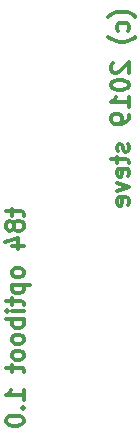
<source format=gbo>
G04 #@! TF.GenerationSoftware,KiCad,Pcbnew,5.0.2+dfsg1-1~bpo9+1*
G04 #@! TF.CreationDate,2019-06-18T09:36:45+01:00*
G04 #@! TF.ProjectId,t84opti,7438346f-7074-4692-9e6b-696361645f70,rev?*
G04 #@! TF.SameCoordinates,Original*
G04 #@! TF.FileFunction,Legend,Bot*
G04 #@! TF.FilePolarity,Positive*
%FSLAX46Y46*%
G04 Gerber Fmt 4.6, Leading zero omitted, Abs format (unit mm)*
G04 Created by KiCad (PCBNEW 5.0.2+dfsg1-1~bpo9+1) date Tue 18 Jun 2019 09:36:45 IST*
%MOMM*%
%LPD*%
G01*
G04 APERTURE LIST*
%ADD10C,0.300000*%
G04 APERTURE END LIST*
D10*
X148570000Y-35430000D02*
X148498571Y-35358571D01*
X148284285Y-35215714D01*
X148141428Y-35144285D01*
X147927142Y-35072857D01*
X147570000Y-35001428D01*
X147284285Y-35001428D01*
X146927142Y-35072857D01*
X146712857Y-35144285D01*
X146570000Y-35215714D01*
X146355714Y-35358571D01*
X146284285Y-35430000D01*
X147927142Y-36644285D02*
X147998571Y-36501428D01*
X147998571Y-36215714D01*
X147927142Y-36072857D01*
X147855714Y-36001428D01*
X147712857Y-35930000D01*
X147284285Y-35930000D01*
X147141428Y-36001428D01*
X147070000Y-36072857D01*
X146998571Y-36215714D01*
X146998571Y-36501428D01*
X147070000Y-36644285D01*
X148570000Y-37144285D02*
X148498571Y-37215714D01*
X148284285Y-37358571D01*
X148141428Y-37430000D01*
X147927142Y-37501428D01*
X147570000Y-37572857D01*
X147284285Y-37572857D01*
X146927142Y-37501428D01*
X146712857Y-37430000D01*
X146570000Y-37358571D01*
X146355714Y-37215714D01*
X146284285Y-37144285D01*
X146641428Y-39358571D02*
X146570000Y-39430000D01*
X146498571Y-39572857D01*
X146498571Y-39930000D01*
X146570000Y-40072857D01*
X146641428Y-40144285D01*
X146784285Y-40215714D01*
X146927142Y-40215714D01*
X147141428Y-40144285D01*
X147998571Y-39287142D01*
X147998571Y-40215714D01*
X146498571Y-41144285D02*
X146498571Y-41287142D01*
X146570000Y-41430000D01*
X146641428Y-41501428D01*
X146784285Y-41572857D01*
X147070000Y-41644285D01*
X147427142Y-41644285D01*
X147712857Y-41572857D01*
X147855714Y-41501428D01*
X147927142Y-41430000D01*
X147998571Y-41287142D01*
X147998571Y-41144285D01*
X147927142Y-41001428D01*
X147855714Y-40930000D01*
X147712857Y-40858571D01*
X147427142Y-40787142D01*
X147070000Y-40787142D01*
X146784285Y-40858571D01*
X146641428Y-40930000D01*
X146570000Y-41001428D01*
X146498571Y-41144285D01*
X147998571Y-43072857D02*
X147998571Y-42215714D01*
X147998571Y-42644285D02*
X146498571Y-42644285D01*
X146712857Y-42501428D01*
X146855714Y-42358571D01*
X146927142Y-42215714D01*
X147998571Y-43787142D02*
X147998571Y-44072857D01*
X147927142Y-44215714D01*
X147855714Y-44287142D01*
X147641428Y-44430000D01*
X147355714Y-44501428D01*
X146784285Y-44501428D01*
X146641428Y-44430000D01*
X146570000Y-44358571D01*
X146498571Y-44215714D01*
X146498571Y-43930000D01*
X146570000Y-43787142D01*
X146641428Y-43715714D01*
X146784285Y-43644285D01*
X147141428Y-43644285D01*
X147284285Y-43715714D01*
X147355714Y-43787142D01*
X147427142Y-43930000D01*
X147427142Y-44215714D01*
X147355714Y-44358571D01*
X147284285Y-44430000D01*
X147141428Y-44501428D01*
X147927142Y-46215714D02*
X147998571Y-46358571D01*
X147998571Y-46644285D01*
X147927142Y-46787142D01*
X147784285Y-46858571D01*
X147712857Y-46858571D01*
X147570000Y-46787142D01*
X147498571Y-46644285D01*
X147498571Y-46430000D01*
X147427142Y-46287142D01*
X147284285Y-46215714D01*
X147212857Y-46215714D01*
X147070000Y-46287142D01*
X146998571Y-46430000D01*
X146998571Y-46644285D01*
X147070000Y-46787142D01*
X146998571Y-47287142D02*
X146998571Y-47858571D01*
X146498571Y-47501428D02*
X147784285Y-47501428D01*
X147927142Y-47572857D01*
X147998571Y-47715714D01*
X147998571Y-47858571D01*
X147927142Y-48930000D02*
X147998571Y-48787142D01*
X147998571Y-48501428D01*
X147927142Y-48358571D01*
X147784285Y-48287142D01*
X147212857Y-48287142D01*
X147070000Y-48358571D01*
X146998571Y-48501428D01*
X146998571Y-48787142D01*
X147070000Y-48930000D01*
X147212857Y-49001428D01*
X147355714Y-49001428D01*
X147498571Y-48287142D01*
X146998571Y-49501428D02*
X147998571Y-49858571D01*
X146998571Y-50215714D01*
X147927142Y-51358571D02*
X147998571Y-51215714D01*
X147998571Y-50930000D01*
X147927142Y-50787142D01*
X147784285Y-50715714D01*
X147212857Y-50715714D01*
X147070000Y-50787142D01*
X146998571Y-50930000D01*
X146998571Y-51215714D01*
X147070000Y-51358571D01*
X147212857Y-51430000D01*
X147355714Y-51430000D01*
X147498571Y-50715714D01*
X138108571Y-51710000D02*
X138108571Y-52281428D01*
X137608571Y-51924285D02*
X138894285Y-51924285D01*
X139037142Y-51995714D01*
X139108571Y-52138571D01*
X139108571Y-52281428D01*
X138251428Y-52995714D02*
X138180000Y-52852857D01*
X138108571Y-52781428D01*
X137965714Y-52710000D01*
X137894285Y-52710000D01*
X137751428Y-52781428D01*
X137680000Y-52852857D01*
X137608571Y-52995714D01*
X137608571Y-53281428D01*
X137680000Y-53424285D01*
X137751428Y-53495714D01*
X137894285Y-53567142D01*
X137965714Y-53567142D01*
X138108571Y-53495714D01*
X138180000Y-53424285D01*
X138251428Y-53281428D01*
X138251428Y-52995714D01*
X138322857Y-52852857D01*
X138394285Y-52781428D01*
X138537142Y-52710000D01*
X138822857Y-52710000D01*
X138965714Y-52781428D01*
X139037142Y-52852857D01*
X139108571Y-52995714D01*
X139108571Y-53281428D01*
X139037142Y-53424285D01*
X138965714Y-53495714D01*
X138822857Y-53567142D01*
X138537142Y-53567142D01*
X138394285Y-53495714D01*
X138322857Y-53424285D01*
X138251428Y-53281428D01*
X138108571Y-54852857D02*
X139108571Y-54852857D01*
X137537142Y-54495714D02*
X138608571Y-54138571D01*
X138608571Y-55067142D01*
X139108571Y-56995714D02*
X139037142Y-56852857D01*
X138965714Y-56781428D01*
X138822857Y-56710000D01*
X138394285Y-56710000D01*
X138251428Y-56781428D01*
X138180000Y-56852857D01*
X138108571Y-56995714D01*
X138108571Y-57210000D01*
X138180000Y-57352857D01*
X138251428Y-57424285D01*
X138394285Y-57495714D01*
X138822857Y-57495714D01*
X138965714Y-57424285D01*
X139037142Y-57352857D01*
X139108571Y-57210000D01*
X139108571Y-56995714D01*
X138108571Y-58138571D02*
X139608571Y-58138571D01*
X138180000Y-58138571D02*
X138108571Y-58281428D01*
X138108571Y-58567142D01*
X138180000Y-58710000D01*
X138251428Y-58781428D01*
X138394285Y-58852857D01*
X138822857Y-58852857D01*
X138965714Y-58781428D01*
X139037142Y-58710000D01*
X139108571Y-58567142D01*
X139108571Y-58281428D01*
X139037142Y-58138571D01*
X138108571Y-59281428D02*
X138108571Y-59852857D01*
X137608571Y-59495714D02*
X138894285Y-59495714D01*
X139037142Y-59567142D01*
X139108571Y-59710000D01*
X139108571Y-59852857D01*
X139108571Y-60352857D02*
X138108571Y-60352857D01*
X137608571Y-60352857D02*
X137680000Y-60281428D01*
X137751428Y-60352857D01*
X137680000Y-60424285D01*
X137608571Y-60352857D01*
X137751428Y-60352857D01*
X139108571Y-61067142D02*
X137608571Y-61067142D01*
X138180000Y-61067142D02*
X138108571Y-61210000D01*
X138108571Y-61495714D01*
X138180000Y-61638571D01*
X138251428Y-61710000D01*
X138394285Y-61781428D01*
X138822857Y-61781428D01*
X138965714Y-61710000D01*
X139037142Y-61638571D01*
X139108571Y-61495714D01*
X139108571Y-61210000D01*
X139037142Y-61067142D01*
X139108571Y-62638571D02*
X139037142Y-62495714D01*
X138965714Y-62424285D01*
X138822857Y-62352857D01*
X138394285Y-62352857D01*
X138251428Y-62424285D01*
X138180000Y-62495714D01*
X138108571Y-62638571D01*
X138108571Y-62852857D01*
X138180000Y-62995714D01*
X138251428Y-63067142D01*
X138394285Y-63138571D01*
X138822857Y-63138571D01*
X138965714Y-63067142D01*
X139037142Y-62995714D01*
X139108571Y-62852857D01*
X139108571Y-62638571D01*
X139108571Y-63995714D02*
X139037142Y-63852857D01*
X138965714Y-63781428D01*
X138822857Y-63710000D01*
X138394285Y-63710000D01*
X138251428Y-63781428D01*
X138180000Y-63852857D01*
X138108571Y-63995714D01*
X138108571Y-64210000D01*
X138180000Y-64352857D01*
X138251428Y-64424285D01*
X138394285Y-64495714D01*
X138822857Y-64495714D01*
X138965714Y-64424285D01*
X139037142Y-64352857D01*
X139108571Y-64210000D01*
X139108571Y-63995714D01*
X138108571Y-64924285D02*
X138108571Y-65495714D01*
X137608571Y-65138571D02*
X138894285Y-65138571D01*
X139037142Y-65210000D01*
X139108571Y-65352857D01*
X139108571Y-65495714D01*
X139108571Y-67924285D02*
X139108571Y-67067142D01*
X139108571Y-67495714D02*
X137608571Y-67495714D01*
X137822857Y-67352857D01*
X137965714Y-67210000D01*
X138037142Y-67067142D01*
X138965714Y-68567142D02*
X139037142Y-68638571D01*
X139108571Y-68567142D01*
X139037142Y-68495714D01*
X138965714Y-68567142D01*
X139108571Y-68567142D01*
X137608571Y-69567142D02*
X137608571Y-69710000D01*
X137680000Y-69852857D01*
X137751428Y-69924285D01*
X137894285Y-69995714D01*
X138180000Y-70067142D01*
X138537142Y-70067142D01*
X138822857Y-69995714D01*
X138965714Y-69924285D01*
X139037142Y-69852857D01*
X139108571Y-69710000D01*
X139108571Y-69567142D01*
X139037142Y-69424285D01*
X138965714Y-69352857D01*
X138822857Y-69281428D01*
X138537142Y-69210000D01*
X138180000Y-69210000D01*
X137894285Y-69281428D01*
X137751428Y-69352857D01*
X137680000Y-69424285D01*
X137608571Y-69567142D01*
M02*

</source>
